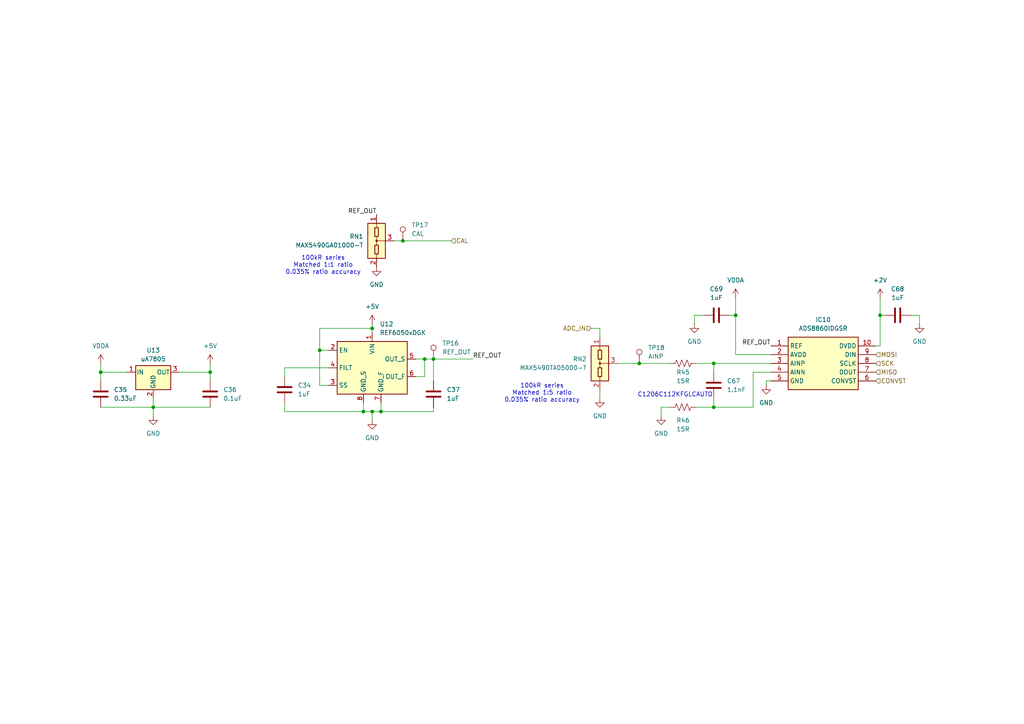
<source format=kicad_sch>
(kicad_sch (version 20250114) (generator "eeschema") (generator_version "9.0")
  (paper "A4")
  (lib_symbols
    (symbol "Connector:TestPoint" (pin_numbers (hide yes)) (pin_names (offset 0.762) (hide yes))
      (property "Reference" "TP" (at 0 6.858 0))
      (property "Value" "TestPoint" (at 0 5.08 0))
      (symbol "TestPoint_0_1"
        (circle (center 0 3.302) (radius 0.762))
      )
      (symbol "TestPoint_1_1"
        (pin passive line (at 0 0 90) (length 2.54) (name "1") (number "1"))
      )
    )
    (symbol "Device:C" (pin_numbers (hide yes)) (pin_names (offset 0.254))
      (property "Reference" "C" (at 0.635 2.54 0))
      (property "Value" "C" (at 0.635 -2.54 0))
      (symbol "C_0_1"
        (polyline (pts (xy -2.032 0.762) (xy 2.032 0.762)) (stroke (width 0.508)))
        (polyline (pts (xy -2.032 -0.762) (xy 2.032 -0.762)) (stroke (width 0.508)))
      )
      (symbol "C_1_1"
        (pin passive line (at 0 3.81 270) (length 2.794) (name "~") (number "1"))
        (pin passive line (at 0 -3.81 90) (length 2.794) (name "~") (number "2"))
      )
    )
    (symbol "Device:R_US" (pin_numbers (hide yes)) (pin_names (offset 0))
      (property "Reference" "R" (at 2.54 0 90))
      (property "Value" "R_US" (at -2.54 0 90))
      (symbol "R_US_0_1"
        (polyline (pts (xy 0 2.286) (xy 0 2.54)))
        (polyline (pts (xy 0 2.286) (xy 1.016 1.905) (xy 0 1.524) (xy -1.016 1.143) (xy 0 0.762)))
        (polyline (pts (xy 0 0.762) (xy 1.016 0.381) (xy 0 0) (xy -1.016 -0.381) (xy 0 -0.762)))
        (polyline (pts (xy 0 -0.762) (xy 1.016 -1.143) (xy 0 -1.524) (xy -1.016 -1.905) (xy 0 -2.286)))
        (polyline (pts (xy 0 -2.286) (xy 0 -2.54)))
      )
      (symbol "R_US_1_1"
        (pin passive line (at 0 3.81 270) (length 1.27) (name "~") (number "1"))
        (pin passive line (at 0 -3.81 90) (length 1.27) (name "~") (number "2"))
      )
    )
    (symbol "Reference_Voltage:REF6050xDGK"
      (property "Reference" "U" (at -8.89 8.89 0))
      (property "Value" "REF6050xDGK" (at 7.62 -8.89 0))
      (symbol "REF6050xDGK_0_1"
        (rectangle (start -10.16 7.62) (end 10.16 -7.62) (stroke (width 0.254)) (fill (type background)))
      )
      (symbol "REF6050xDGK_1_1"
        (pin input line (at -12.7 5.08 0) (length 2.54) (name "EN") (number "2"))
        (pin passive line (at -12.7 0 0) (length 2.54) (name "FILT") (number "4"))
        (pin passive line (at -12.7 -5.08 0) (length 2.54) (name "SS") (number "3"))
        (pin power_in line (at -2.54 -10.16 90) (length 2.54) (name "GND_S") (number "8"))
        (pin power_in line (at 0 10.16 270) (length 2.54) (name "VIN") (number "1"))
        (pin power_in line (at 2.54 -10.16 90) (length 2.54) (name "GND_F") (number "7"))
        (pin input line (at 12.7 2.54 180) (length 2.54) (name "OUT_S") (number "5"))
        (pin output line (at 12.7 -2.54 180) (length 2.54) (name "OUT_F") (number "6"))
      )
    )
    (symbol "Regulator_Linear:uA7805" (pin_names (offset 0.254))
      (property "Reference" "U" (at -3.81 3.175 0))
      (property "Value" "uA7805" (at 0 3.175 0))
      (symbol "uA7805_0_1"
        (rectangle (start -5.08 1.905) (end 5.08 -5.08) (stroke (width 0.254)) (fill (type background)))
      )
      (symbol "uA7805_1_1"
        (pin power_in line (at -7.62 0 0) (length 2.54) (name "IN") (number "1"))
        (pin power_in line (at 0 -7.62 90) (length 2.54) (name "GND") (number "2"))
        (pin power_out line (at 7.62 0 180) (length 2.54) (name "OUT") (number "3"))
      )
    )
    (symbol "input_board:+2V" (power) (pin_numbers (hide yes)) (pin_names (offset 0) (hide yes))
      (property "Value" "+2V" (at 0 3.556 0))
      (symbol "+2V_0_1"
        (polyline (pts (xy -0.762 1.27) (xy 0 2.54)))
        (polyline (pts (xy 0 2.54) (xy 0.762 1.27)))
        (polyline (pts (xy 0 0) (xy 0 2.54)))
      )
      (symbol "+2V_1_1"
        (pin power_in line (at 0 0 90) (length 0) (name "~") (number "1"))
      )
    )
    (symbol "input_board:ADS8860IDGSR"
      (property "Reference" "IC" (at 26.67 7.62 0))
      (property "Value" "ADS8860IDGSR" (at 26.67 5.08 0))
      (symbol "ADS8860IDGSR_1_1"
        (rectangle (start 5.08 2.54) (end 25.4 -12.7) (stroke (width 0.254)) (fill (type background)))
        (pin passive line (at 0 0 0) (length 5.08) (name "REF") (number "1"))
        (pin passive line (at 0 -2.54 0) (length 5.08) (name "AVDD") (number "2"))
        (pin passive line (at 0 -5.08 0) (length 5.08) (name "AINP") (number "3"))
        (pin passive line (at 0 -7.62 0) (length 5.08) (name "AINN") (number "4"))
        (pin passive line (at 0 -10.16 0) (length 5.08) (name "GND") (number "5"))
        (pin passive line (at 30.48 0 180) (length 5.08) (name "DVDD") (number "10"))
        (pin passive line (at 30.48 -2.54 180) (length 5.08) (name "DIN") (number "9"))
        (pin passive line (at 30.48 -5.08 180) (length 5.08) (name "SCLK") (number "8"))
        (pin passive line (at 30.48 -7.62 180) (length 5.08) (name "DOUT") (number "7"))
        (pin passive line (at 30.48 -10.16 180) (length 5.08) (name "CONVST") (number "6"))
      )
    )
    (symbol "input_board:MAX5490xxx-T" (pin_names (offset 0) (hide yes))
      (property "Reference" "RN" (at 0 11.43 0))
      (property "Value" "MAX5490xxx-T" (at 0 9.398 0))
      (symbol "MAX5490xxx-T_0_1"
        (rectangle (start -2.54 5.08) (end 2.54 -5.08) (stroke (width 0.254)) (fill (type background)))
        (polyline (pts (xy -2.54 3.81) (xy -2.54 2.032)))
        (rectangle (start -0.508 3.81) (end 0.508 1.27) (stroke (width 0.254)))
        (rectangle (start -0.508 -1.27) (end 0.508 -3.81) (stroke (width 0.254)))
        (polyline (pts (xy 0 5.08) (xy 0 3.81)))
        (polyline (pts (xy 0 1.27) (xy 0 -1.27)))
        (circle (center 0 0) (radius 0.254) (fill (type outline)))
        (polyline (pts (xy 0 -3.81) (xy 0 -5.08)))
        (polyline (pts (xy 2.54 0) (xy 0 0)))
      )
      (symbol "MAX5490xxx-T_1_1"
        (pin passive line (at 0 7.62 270) (length 2.54) (name "COM1") (number "1"))
        (pin passive line (at 0 -7.62 90) (length 2.54) (name "R1") (number "2"))
        (pin passive line (at 5.08 0 180) (length 2.54) (name "R2") (number "3"))
      )
    )
    (symbol "power:+5V" (power) (pin_numbers (hide yes)) (pin_names (offset 0) (hide yes))
      (property "Value" "+5V" (at 0 3.556 0))
      (symbol "+5V_0_1"
        (polyline (pts (xy -0.762 1.27) (xy 0 2.54)))
        (polyline (pts (xy 0 2.54) (xy 0.762 1.27)))
        (polyline (pts (xy 0 0) (xy 0 2.54)))
      )
      (symbol "+5V_1_1"
        (pin power_in line (at 0 0 90) (length 0) (name "~") (number "1"))
      )
    )
    (symbol "power:GND" (power) (pin_numbers (hide yes)) (pin_names (offset 0) (hide yes))
      (property "Value" "GND" (at 0 -3.81 0))
      (symbol "GND_0_1"
        (polyline (pts (xy 0 0) (xy 0 -1.27) (xy 1.27 -1.27) (xy 0 -2.54) (xy -1.27 -1.27) (xy 0 -1.27)))
      )
      (symbol "GND_1_1"
        (pin power_in line (at 0 0 270) (length 0) (name "~") (number "1"))
      )
    )
    (symbol "power:VDDA" (power) (pin_numbers (hide yes)) (pin_names (offset 0) (hide yes))
      (property "Value" "VDDA" (at 0 3.556 0))
      (symbol "VDDA_0_1"
        (polyline (pts (xy -0.762 1.27) (xy 0 2.54)))
        (polyline (pts (xy 0 2.54) (xy 0.762 1.27)))
        (polyline (pts (xy 0 0) (xy 0 2.54)))
      )
      (symbol "VDDA_1_1"
        (pin power_in line (at 0 0 90) (length 0) (name "~") (number "1"))
      )
    )
  )
  (text "C1206C112KFGLCAUTO" (at 195.834 114.554 0) (effects (font (size 1.27 1.27))))
  (text "100kR series\nMatched 1:5 ratio\n0.035% ratio accuracy" (at 157.226 114.046 0) (effects (font (size 1.27 1.27))))
  (text "100kR series\nMatched 1:1 ratio\n0.035% ratio accuracy" (at 93.726 76.962 0) (effects (font (size 1.27 1.27))))
  (junction (at 116.84 69.85))
  (junction (at 207.01 105.41))
  (junction (at 44.45 118.11))
  (junction (at 92.71 101.6))
  (junction (at 107.95 119.38))
  (junction (at 60.96 107.95))
  (junction (at 255.27 91.44))
  (junction (at 125.73 104.14))
  (junction (at 185.42 105.41))
  (junction (at 123.19 104.14))
  (junction (at 207.01 118.11))
  (junction (at 107.95 95.25))
  (junction (at 29.21 107.95))
  (junction (at 105.41 119.38))
  (junction (at 110.49 119.38))
  (junction (at 213.36 91.44))
  (wire (pts (xy 82.55 116.84) (xy 82.55 119.38)))
  (wire (pts (xy 194.31 118.11) (xy 191.77 118.11)))
  (wire (pts (xy 191.77 118.11) (xy 191.77 120.65)))
  (wire (pts (xy 52.07 107.95) (xy 60.96 107.95)))
  (wire (pts (xy 29.21 107.95) (xy 29.21 105.41)))
  (wire (pts (xy 207.01 105.41) (xy 207.01 107.95)))
  (wire (pts (xy 60.96 107.95) (xy 60.96 110.49)))
  (wire (pts (xy 107.95 95.25) (xy 107.95 96.52)))
  (wire (pts (xy 92.71 111.76) (xy 92.71 101.6)))
  (wire (pts (xy 44.45 118.11) (xy 44.45 120.65)))
  (wire (pts (xy 60.96 107.95) (xy 60.96 105.41)))
  (wire (pts (xy 92.71 95.25) (xy 107.95 95.25)))
  (wire (pts (xy 213.36 102.87) (xy 213.36 91.44)))
  (wire (pts (xy 120.65 104.14) (xy 123.19 104.14)))
  (wire (pts (xy 255.27 91.44) (xy 255.27 100.33)))
  (wire (pts (xy 125.73 104.14) (xy 137.16 104.14)))
  (wire (pts (xy 213.36 91.44) (xy 213.36 86.36)))
  (wire (pts (xy 123.19 104.14) (xy 123.19 109.22)))
  (wire (pts (xy 130.81 69.85) (xy 116.84 69.85)))
  (wire (pts (xy 222.25 110.49) (xy 223.52 110.49)))
  (wire (pts (xy 264.16 91.44) (xy 266.7 91.44)))
  (wire (pts (xy 82.55 106.68) (xy 82.55 109.22)))
  (wire (pts (xy 185.42 105.41) (xy 194.31 105.41)))
  (wire (pts (xy 218.44 107.95) (xy 223.52 107.95)))
  (wire (pts (xy 105.41 119.38) (xy 105.41 116.84)))
  (wire (pts (xy 29.21 118.11) (xy 44.45 118.11)))
  (wire (pts (xy 179.07 105.41) (xy 185.42 105.41)))
  (wire (pts (xy 82.55 119.38) (xy 105.41 119.38)))
  (wire (pts (xy 125.73 104.14) (xy 123.19 104.14)))
  (wire (pts (xy 171.45 95.25) (xy 173.99 95.25)))
  (wire (pts (xy 173.99 113.03) (xy 173.99 115.57)))
  (wire (pts (xy 123.19 109.22) (xy 120.65 109.22)))
  (wire (pts (xy 125.73 110.49) (xy 125.73 104.14)))
  (wire (pts (xy 201.422 91.44) (xy 201.422 93.98)))
  (wire (pts (xy 218.44 118.11) (xy 207.01 118.11)))
  (wire (pts (xy 223.52 102.87) (xy 213.36 102.87)))
  (wire (pts (xy 105.41 119.38) (xy 107.95 119.38)))
  (wire (pts (xy 254 100.33) (xy 255.27 100.33)))
  (wire (pts (xy 255.27 86.36) (xy 255.27 91.44)))
  (wire (pts (xy 125.73 118.11) (xy 125.73 119.38)))
  (wire (pts (xy 207.01 115.57) (xy 207.01 118.11)))
  (wire (pts (xy 44.45 118.11) (xy 60.96 118.11)))
  (wire (pts (xy 201.93 105.41) (xy 207.01 105.41)))
  (wire (pts (xy 211.582 91.44) (xy 213.36 91.44)))
  (wire (pts (xy 44.45 115.57) (xy 44.45 118.11)))
  (wire (pts (xy 203.962 91.44) (xy 201.422 91.44)))
  (wire (pts (xy 107.95 93.98) (xy 107.95 95.25)))
  (wire (pts (xy 107.95 119.38) (xy 107.95 121.92)))
  (wire (pts (xy 110.49 119.38) (xy 110.49 116.84)))
  (wire (pts (xy 207.01 118.11) (xy 201.93 118.11)))
  (wire (pts (xy 266.7 91.44) (xy 266.7 93.98)))
  (wire (pts (xy 92.71 101.6) (xy 92.71 95.25)))
  (wire (pts (xy 95.25 106.68) (xy 82.55 106.68)))
  (wire (pts (xy 116.84 69.85) (xy 114.3 69.85)))
  (wire (pts (xy 95.25 101.6) (xy 92.71 101.6)))
  (wire (pts (xy 107.95 119.38) (xy 110.49 119.38)))
  (wire (pts (xy 125.73 119.38) (xy 110.49 119.38)))
  (wire (pts (xy 173.99 95.25) (xy 173.99 97.79)))
  (wire (pts (xy 207.01 105.41) (xy 223.52 105.41)))
  (wire (pts (xy 29.21 107.95) (xy 36.83 107.95)))
  (wire (pts (xy 95.25 111.76) (xy 92.71 111.76)))
  (wire (pts (xy 29.21 107.95) (xy 29.21 110.49)))
  (wire (pts (xy 256.54 91.44) (xy 255.27 91.44)))
  (wire (pts (xy 218.44 118.11) (xy 218.44 107.95)))
  (wire (pts (xy 222.25 111.76) (xy 222.25 110.49)))
  (label "REF_OUT" (at 137.16 104.14 0))
  (label "REF_OUT" (at 223.52 100.33 180))
  (label "REF_OUT" (at 109.22 62.23 180))
  (hierarchical_label "ADC_IN" (shape input) (at 171.45 95.25 180))
  (hierarchical_label "MISO" (shape input) (at 254 107.95 0))
  (hierarchical_label "SCK" (shape input) (at 254 105.41 0))
  (hierarchical_label "CONVST" (shape input) (at 254 110.49 0))
  (hierarchical_label "MOSI" (shape input) (at 254 102.87 0))
  (hierarchical_label "CAL" (shape input) (at 130.81 69.85 0))
  (symbol (lib_id "power:GND") (at 222.25 111.76 0) (unit 1)
    (property "Reference" "#PWR0144" (effects (hide yes)))
    (property "Value" "GND" (at 222.25 116.84 0))
    (property "Description" "Power symbol creates a global label with name \"GND\" , ground" (effects (hide yes)))
  )
  (symbol (lib_id "Connector:TestPoint") (at 185.42 105.41 0) (unit 1)
    (property "Reference" "TP18" (at 187.96 100.8379 0) (effects (justify left)))
    (property "Value" "AINP" (at 187.96 103.3779 0) (effects (justify left)))
    (property "Footprint" "TestPoint:TestPoint_Keystone_5000-5004_Miniature" (effects (hide yes)))
    (property "Description" "test point" (effects (hide yes)))
  )
  (symbol (lib_id "power:GND") (at 191.77 120.65 0) (unit 1)
    (property "Reference" "#PWR0107" (effects (hide yes)))
    (property "Value" "GND" (at 191.77 125.73 0))
    (property "Description" "Power symbol creates a global label with name \"GND\" , ground" (effects (hide yes)))
  )
  (symbol (lib_id "Regulator_Linear:uA7805") (at 44.45 107.95 0) (unit 1)
    (property "Reference" "U13" (at 44.45 101.6 0))
    (property "Value" "uA7805" (at 44.45 104.14 0))
    (property "Footprint" "Package_TO_SOT_SMD:TO-263-3_TabPin2" (effects (hide yes)))
    (property "Datasheet" "http://www.ti.com/lit/ds/symlink/ua78.pdf" (effects (hide yes)))
    (property "Description" "Positive 1A 35V Linear Regulator, Fixed Output 5V, TO-220/TO-263" (effects (hide yes)))
  )
  (symbol (lib_id "input_board:+2V") (at 255.27 86.36 0) (unit 1)
    (property "Reference" "#PWR0104" (effects (hide yes)))
    (property "Value" "+2V" (at 255.27 81.28 0))
    (property "Description" "Power symbol creates a global label with name \"+2V\"" (effects (hide yes)))
  )
  (symbol (lib_id "power:GND") (at 107.95 121.92 0) (unit 1)
    (property "Reference" "#PWR0110" (effects (hide yes)))
    (property "Value" "GND" (at 107.95 127 0))
    (property "Description" "Power symbol creates a global label with name \"GND\" , ground" (effects (hide yes)))
  )
  (symbol (lib_id "Connector:TestPoint") (at 125.73 104.14 0) (unit 1)
    (property "Reference" "TP16" (at 128.27 99.5679 0) (effects (justify left)))
    (property "Value" "REF_OUT" (at 128.27 102.1079 0) (effects (justify left)))
    (property "Footprint" "TestPoint:TestPoint_Keystone_5000-5004_Miniature" (effects (hide yes)))
    (property "Description" "test point" (effects (hide yes)))
  )
  (symbol (lib_id "power:GND") (at 173.99 115.57 0) (unit 1)
    (property "Reference" "#PWR0108" (effects (hide yes)))
    (property "Value" "GND" (at 173.99 120.65 0))
    (property "Description" "Power symbol creates a global label with name \"GND\" , ground" (effects (hide yes)))
  )
  (symbol (lib_id "Device:C") (at 260.35 91.44 270) (unit 1)
    (property "Reference" "C68" (at 260.35 83.82 90))
    (property "Value" "1uF" (at 260.35 86.36 90))
    (property "Footprint" "Capacitor_SMD:C_0805_2012Metric_Pad1.18x1.45mm_HandSolder" (effects (hide yes)))
    (property "Description" "Unpolarized capacitor" (effects (hide yes)))
  )
  (symbol (lib_id "power:+5V") (at 60.96 105.41 0) (unit 1)
    (property "Reference" "#PWR0106" (effects (hide yes)))
    (property "Value" "+5V" (at 60.96 100.33 0))
    (property "Description" "Power symbol creates a global label with name \"+5V\"" (effects (hide yes)))
  )
  (symbol (lib_id "Device:R_US") (at 198.12 105.41 90) (unit 1)
    (property "Reference" "R45" (at 198.12 107.95 90))
    (property "Value" "15R" (at 198.12 110.49 90))
    (property "Footprint" "Resistor_SMD:R_0805_2012Metric_Pad1.20x1.40mm_HandSolder" (effects (hide yes)))
    (property "Description" "Resistor, US symbol" (effects (hide yes)))
  )
  (symbol (lib_id "power:+5V") (at 107.95 93.98 0) (unit 1)
    (property "Reference" "#PWR0102" (effects (hide yes)))
    (property "Value" "+5V" (at 107.95 88.9 0))
    (property "Description" "Power symbol creates a global label with name \"+5V\"" (effects (hide yes)))
  )
  (symbol (lib_id "power:GND") (at 201.422 93.98 0) (mirror y) (unit 1)
    (property "Reference" "#PWR0146" (effects (hide yes)))
    (property "Value" "GND" (at 201.422 99.06 0))
    (property "Description" "Power symbol creates a global label with name \"GND\" , ground" (effects (hide yes)))
  )
  (symbol (lib_id "input_board:ADS8860IDGSR") (at 223.52 100.33 0) (unit 1)
    (property "Reference" "IC10" (at 238.76 92.71 0))
    (property "Value" "ADS8860IDGSR" (at 238.76 95.25 0))
    (property "Footprint" "input_board:SOP50P490X110-10N" (effects (hide yes)))
    (property "Datasheet" "http://www.ti.com/lit/gpn/ads8860" (effects (hide yes)))
    (property "Description" "16 bit 1 MSPS, Serial, Pseudo-Differential Input, Micro Power, Miniature, SAR ADC" (effects (hide yes)))
    (property "Height" "1.1" (effects (hide yes)))
    (property "Manufacturer_Name" "Texas Instruments" (effects (hide yes)))
    (property "Manufacturer_Part_Number" "ADS8860IDGSR" (effects (hide yes)))
    (property "Mouser Part Number" "595-ADS8860IDGSR" (effects (hide yes)))
    (property "Mouser Price/Stock" "https://www.mouser.co.uk/ProductDetail/Texas-Instruments/ADS8860IDGSR?qs=5GI1giJCN%252BKXAXGH2vy29Q%3D%3D" (effects (hide yes)))
    (property "Arrow Part Number" "ADS8860IDGSR" (effects (hide yes)))
    (property "Arrow Price/Stock" "https://www.arrow.com/en/products/ads8860idgsr/texas-instruments" (effects (hide yes)))
  )
  (symbol (lib_id "Device:C") (at 60.96 114.3 0) (unit 1)
    (property "Reference" "C36" (at 64.77 113.0299 0) (effects (justify left)))
    (property "Value" "0.1uF" (at 64.77 115.5699 0) (effects (justify left)))
    (property "Footprint" "Capacitor_SMD:C_0805_2012Metric_Pad1.18x1.45mm_HandSolder" (effects (hide yes)))
    (property "Description" "Unpolarized capacitor" (effects (hide yes)))
  )
  (symbol (lib_id "Device:C") (at 125.73 114.3 180) (unit 1)
    (property "Reference" "C37" (at 129.54 113.0299 0) (effects (justify right)))
    (property "Value" "1uF" (at 129.54 115.5699 0) (effects (justify right)))
    (property "Footprint" "Capacitor_SMD:C_0805_2012Metric_Pad1.18x1.45mm_HandSolder" (effects (hide yes)))
    (property "Description" "Unpolarized capacitor" (effects (hide yes)))
  )
  (symbol (lib_id "input_board:MAX5490xxx-T") (at 173.99 105.41 0) (unit 1)
    (property "Reference" "RN2" (at 170.18 104.1399 0) (effects (justify right)))
    (property "Value" "MAX5490TA05000-T" (at 170.18 106.6799 0) (effects (justify right)))
    (property "Footprint" "Package_TO_SOT_SMD:SOT-23" (effects (hide yes)))
    (property "Datasheet" "https://www.analog.com/media/en/technical-documentation/data-sheets/MAX5490.pdf" (effects (hide yes)))
    (property "Description" "2 voltage divider network, dual terminator, SIP package" (effects (hide yes)))
  )
  (symbol (lib_id "Device:C") (at 29.21 114.3 0) (unit 1)
    (property "Reference" "C35" (at 33.02 113.0299 0) (effects (justify left)))
    (property "Value" "0.33uF" (at 33.02 115.5699 0) (effects (justify left)))
    (property "Footprint" "Capacitor_SMD:C_0805_2012Metric_Pad1.18x1.45mm_HandSolder" (effects (hide yes)))
    (property "Description" "Unpolarized capacitor" (effects (hide yes)))
  )
  (symbol (lib_id "power:VDDA") (at 29.21 105.41 0) (unit 1)
    (property "Reference" "#PWR0105" (effects (hide yes)))
    (property "Value" "VDDA" (at 29.21 100.33 0))
    (property "Description" "Power symbol creates a global label with name \"VDDA\"" (effects (hide yes)))
  )
  (symbol (lib_id "Device:C") (at 82.55 113.03 180) (unit 1)
    (property "Reference" "C34" (at 86.36 111.7599 0) (effects (justify right)))
    (property "Value" "1uF" (at 86.36 114.2999 0) (effects (justify right)))
    (property "Footprint" "Capacitor_SMD:C_0805_2012Metric_Pad1.18x1.45mm_HandSolder" (effects (hide yes)))
    (property "Description" "Unpolarized capacitor" (effects (hide yes)))
  )
  (symbol (lib_id "power:GND") (at 266.7 93.98 0) (unit 1)
    (property "Reference" "#PWR0145" (effects (hide yes)))
    (property "Value" "GND" (at 266.7 99.06 0))
    (property "Description" "Power symbol creates a global label with name \"GND\" , ground" (effects (hide yes)))
  )
  (symbol (lib_id "Reference_Voltage:REF6050xDGK") (at 107.95 106.68 0) (unit 1)
    (property "Reference" "U12" (at 110.1441 93.98 0) (effects (justify left)))
    (property "Value" "REF6050xDGK" (at 110.1441 96.52 0) (effects (justify left)))
    (property "Footprint" "Package_SO:VSSOP-8_3x3mm_P0.65mm" (effects (hide yes)))
    (property "Datasheet" "https://www.ti.com/lit/ds/symlink/ref6025.pdf" (effects (hide yes)))
    (property "Description" "5.0V 0.05% 4mA Extremely Low Noise High Precision Voltage Reference, VSSOP-8" (effects (hide yes)))
  )
  (symbol (lib_id "Connector:TestPoint") (at 116.84 69.85 0) (unit 1)
    (property "Reference" "TP17" (at 119.38 65.2779 0) (effects (justify left)))
    (property "Value" "CAL" (at 119.38 67.8179 0) (effects (justify left)))
    (property "Footprint" "TestPoint:TestPoint_Keystone_5000-5004_Miniature" (effects (hide yes)))
    (property "Description" "test point" (effects (hide yes)))
  )
  (symbol (lib_id "power:GND") (at 44.45 120.65 0) (unit 1)
    (property "Reference" "#PWR0109" (effects (hide yes)))
    (property "Value" "GND" (at 44.45 125.73 0))
    (property "Description" "Power symbol creates a global label with name \"GND\" , ground" (effects (hide yes)))
  )
  (symbol (lib_id "Device:C") (at 207.01 111.76 180) (unit 1)
    (property "Reference" "C67" (at 210.82 110.4899 0) (effects (justify right)))
    (property "Value" "1.1nF" (at 210.82 113.0299 0) (effects (justify right)))
    (property "Footprint" "Capacitor_SMD:C_0805_2012Metric_Pad1.18x1.45mm_HandSolder" (effects (hide yes)))
    (property "Description" "Unpolarized capacitor" (effects (hide yes)))
  )
  (symbol (lib_id "Device:C") (at 207.772 91.44 90) (mirror x) (unit 1)
    (property "Reference" "C69" (at 207.772 83.82 90))
    (property "Value" "1uF" (at 207.772 86.36 90))
    (property "Footprint" "Capacitor_SMD:C_0805_2012Metric_Pad1.18x1.45mm_HandSolder" (effects (hide yes)))
    (property "Description" "Unpolarized capacitor" (effects (hide yes)))
  )
  (symbol (lib_id "input_board:MAX5490xxx-T") (at 109.22 69.85 0) (unit 1)
    (property "Reference" "RN1" (at 105.41 68.5799 0) (effects (justify right)))
    (property "Value" "MAX5490GA01000-T" (at 105.41 71.1199 0) (effects (justify right)))
    (property "Footprint" "Package_TO_SOT_SMD:SOT-23" (effects (hide yes)))
    (property "Datasheet" "https://www.analog.com/media/en/technical-documentation/data-sheets/MAX5490.pdf" (effects (hide yes)))
    (property "Description" "2 voltage divider network, dual terminator, SIP package" (effects (hide yes)))
  )
  (symbol (lib_id "Device:R_US") (at 198.12 118.11 270) (unit 1)
    (property "Reference" "R46" (at 198.12 121.92 90))
    (property "Value" "15R" (at 198.12 124.46 90))
    (property "Footprint" "Resistor_SMD:R_0805_2012Metric_Pad1.20x1.40mm_HandSolder" (effects (hide yes)))
    (property "Description" "Resistor, US symbol" (effects (hide yes)))
  )
  (symbol (lib_id "power:GND") (at 109.22 77.47 0) (unit 1)
    (property "Reference" "#PWR0101" (effects (hide yes)))
    (property "Value" "GND" (at 109.22 82.55 0))
    (property "Description" "Power symbol creates a global label with name \"GND\" , ground" (effects (hide yes)))
  )
  (symbol (lib_id "power:VDDA") (at 213.36 86.36 0) (unit 1)
    (property "Reference" "#PWR0103" (effects (hide yes)))
    (property "Value" "VDDA" (at 213.36 81.28 0))
    (property "Description" "Power symbol creates a global label with name \"VDDA\"" (effects (hide yes)))
  )
)
</source>
